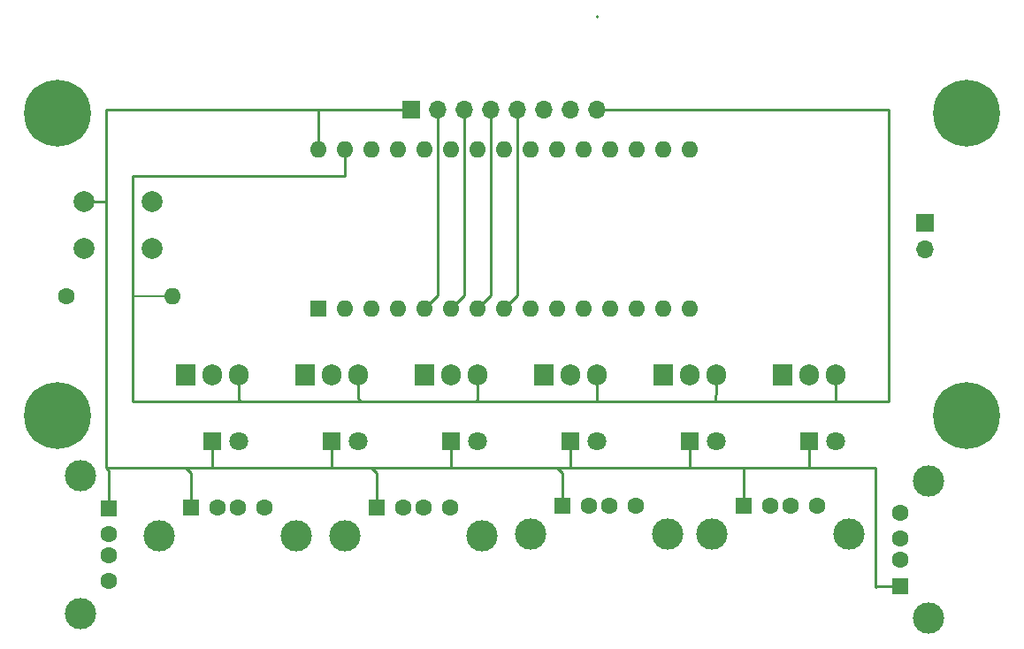
<source format=gbr>
%TF.GenerationSoftware,KiCad,Pcbnew,9.0.0*%
%TF.CreationDate,2025-03-22T13:55:08+10:00*%
%TF.ProjectId,ngmarquee.kicad_pcb_to220_usb_switch_1.01_m3,6e676d61-7271-4756-9565-2e6b69636164,rev?*%
%TF.SameCoordinates,Original*%
%TF.FileFunction,Copper,L2,Bot*%
%TF.FilePolarity,Positive*%
%FSLAX46Y46*%
G04 Gerber Fmt 4.6, Leading zero omitted, Abs format (unit mm)*
G04 Created by KiCad (PCBNEW 9.0.0) date 2025-03-22 13:55:08*
%MOMM*%
%LPD*%
G01*
G04 APERTURE LIST*
%TA.AperFunction,ComponentPad*%
%ADD10R,1.600000X1.500000*%
%TD*%
%TA.AperFunction,ComponentPad*%
%ADD11C,1.600000*%
%TD*%
%TA.AperFunction,ComponentPad*%
%ADD12C,3.000000*%
%TD*%
%TA.AperFunction,ComponentPad*%
%ADD13R,1.500000X1.600000*%
%TD*%
%TA.AperFunction,ComponentPad*%
%ADD14C,2.000000*%
%TD*%
%TA.AperFunction,ComponentPad*%
%ADD15O,1.600000X1.600000*%
%TD*%
%TA.AperFunction,ComponentPad*%
%ADD16R,1.800000X1.800000*%
%TD*%
%TA.AperFunction,ComponentPad*%
%ADD17C,1.800000*%
%TD*%
%TA.AperFunction,ComponentPad*%
%ADD18C,6.400000*%
%TD*%
%TA.AperFunction,ComponentPad*%
%ADD19R,1.905000X2.000000*%
%TD*%
%TA.AperFunction,ComponentPad*%
%ADD20O,1.905000X2.000000*%
%TD*%
%TA.AperFunction,ComponentPad*%
%ADD21R,1.600000X1.600000*%
%TD*%
%TA.AperFunction,ComponentPad*%
%ADD22R,1.700000X1.700000*%
%TD*%
%TA.AperFunction,ComponentPad*%
%ADD23O,1.700000X1.700000*%
%TD*%
%TA.AperFunction,Conductor*%
%ADD24C,0.250000*%
%TD*%
%TA.AperFunction,Conductor*%
%ADD25C,0.200000*%
%TD*%
G04 APERTURE END LIST*
D10*
%TO.P,CN4,1*%
%TO.N,N/C*%
X133880000Y-100160000D03*
D11*
%TO.P,CN4,2*%
X136380000Y-100160000D03*
%TO.P,CN4,3*%
X138380000Y-100160000D03*
%TO.P,CN4,4*%
X140880000Y-100160000D03*
D12*
%TO.P,CN4,5*%
X130810000Y-102870000D03*
X143950000Y-102870000D03*
%TD*%
D13*
%TO.P,CN6,1*%
%TO.N,N/C*%
X166200000Y-107860000D03*
D11*
%TO.P,CN6,2*%
X166200000Y-105360000D03*
%TO.P,CN6,3*%
X166200000Y-103360000D03*
%TO.P,CN6,4*%
X166200000Y-100860000D03*
D12*
%TO.P,CN6,5*%
X168910000Y-110930000D03*
X168910000Y-97790000D03*
%TD*%
D14*
%TO.P,REF\u002A\u002A,1*%
%TO.N,N/C*%
X88040000Y-71090000D03*
X94540000Y-71090000D03*
%TO.P,REF\u002A\u002A,2*%
X88040000Y-75590000D03*
X94540000Y-75590000D03*
%TD*%
D11*
%TO.P,R1,1*%
%TO.N,N/C*%
X86380000Y-80090000D03*
D15*
%TO.P,R1,2*%
X96540000Y-80090000D03*
%TD*%
D16*
%TO.P,D1,1*%
%TO.N,N/C*%
X100330000Y-93980000D03*
D17*
%TO.P,D1,2*%
X102870000Y-93980000D03*
%TD*%
D18*
%TO.P,REF\u002A\u002A,1*%
%TO.N,N/C*%
X85540000Y-62590000D03*
%TD*%
D16*
%TO.P,D6,1*%
%TO.N,N/C*%
X157480000Y-93980000D03*
D17*
%TO.P,D6,2*%
X160020000Y-93980000D03*
%TD*%
D16*
%TO.P,D5,1*%
%TO.N,N/C*%
X146050000Y-93980000D03*
D17*
%TO.P,D5,2*%
X148590000Y-93980000D03*
%TD*%
D10*
%TO.P,CN3,1*%
%TO.N,N/C*%
X116100000Y-100330000D03*
D11*
%TO.P,CN3,2*%
X118600000Y-100330000D03*
%TO.P,CN3,3*%
X120600000Y-100330000D03*
%TO.P,CN3,4*%
X123100000Y-100330000D03*
D12*
%TO.P,CN3,5*%
X113030000Y-103040000D03*
X126170000Y-103040000D03*
%TD*%
D19*
%TO.P,Q6,1*%
%TO.N,N/C*%
X154940000Y-87630000D03*
D20*
%TO.P,Q6,2*%
X157480000Y-87630000D03*
%TO.P,Q6,3*%
X160020000Y-87630000D03*
%TD*%
D18*
%TO.P,REF\u002A\u002A,1*%
%TO.N,N/C*%
X172540000Y-91590000D03*
%TD*%
D13*
%TO.P,CN1,1*%
%TO.N,N/C*%
X90450000Y-100420000D03*
D11*
%TO.P,CN1,2*%
X90450000Y-102920000D03*
%TO.P,CN1,3*%
X90450000Y-104920000D03*
%TO.P,CN1,4*%
X90450000Y-107420000D03*
D12*
%TO.P,CN1,5*%
X87740000Y-97350000D03*
X87740000Y-110490000D03*
%TD*%
D19*
%TO.P,Q2,1*%
%TO.N,N/C*%
X109220000Y-87630000D03*
D20*
%TO.P,Q2,2*%
X111760000Y-87630000D03*
%TO.P,Q2,3*%
X114300000Y-87630000D03*
%TD*%
D16*
%TO.P,D4,1*%
%TO.N,N/C*%
X134620000Y-93980000D03*
D17*
%TO.P,D4,2*%
X137160000Y-93980000D03*
%TD*%
D16*
%TO.P,D3,1*%
%TO.N,N/C*%
X123190000Y-93980000D03*
D17*
%TO.P,D3,2*%
X125730000Y-93980000D03*
%TD*%
D19*
%TO.P,Q5,1*%
%TO.N,N/C*%
X143510000Y-87630000D03*
D20*
%TO.P,Q5,2*%
X146050000Y-87630000D03*
%TO.P,Q5,3*%
X148590000Y-87630000D03*
%TD*%
D18*
%TO.P,REF\u002A\u002A,1*%
%TO.N,N/C*%
X172540000Y-62590000D03*
%TD*%
D19*
%TO.P,Q4,1*%
%TO.N,N/C*%
X132080000Y-87630000D03*
D20*
%TO.P,Q4,2*%
X134620000Y-87630000D03*
%TO.P,Q4,3*%
X137160000Y-87630000D03*
%TD*%
D10*
%TO.P,CN2,1*%
%TO.N,N/C*%
X98320000Y-100330000D03*
D11*
%TO.P,CN2,2*%
X100820000Y-100330000D03*
%TO.P,CN2,3*%
X102820000Y-100330000D03*
%TO.P,CN2,4*%
X105320000Y-100330000D03*
D12*
%TO.P,CN2,5*%
X95250000Y-103040000D03*
X108390000Y-103040000D03*
%TD*%
D10*
%TO.P,CN5,1*%
%TO.N,N/C*%
X151220000Y-100160000D03*
D11*
%TO.P,CN5,2*%
X153720000Y-100160000D03*
%TO.P,CN5,3*%
X155720000Y-100160000D03*
%TO.P,CN5,4*%
X158220000Y-100160000D03*
D12*
%TO.P,CN5,5*%
X148150000Y-102870000D03*
X161290000Y-102870000D03*
%TD*%
D19*
%TO.P,Q3,1*%
%TO.N,N/C*%
X120650000Y-87630000D03*
D20*
%TO.P,Q3,2*%
X123190000Y-87630000D03*
%TO.P,Q3,3*%
X125730000Y-87630000D03*
%TD*%
D18*
%TO.P,REF\u002A\u002A,1*%
%TO.N,N/C*%
X85540000Y-91590000D03*
%TD*%
D19*
%TO.P,Q1,1*%
%TO.N,N/C*%
X97790000Y-87630000D03*
D20*
%TO.P,Q1,2*%
X100330000Y-87630000D03*
%TO.P,Q1,3*%
X102870000Y-87630000D03*
%TD*%
D15*
%TO.P,A1,3V3 Out*%
%TO.N,N/C*%
X143510000Y-66040000D03*
%TO.P,A1,5V Out*%
X118110000Y-66040000D03*
%TO.P,A1,A0*%
X138430000Y-66040000D03*
%TO.P,A1,A1*%
X135890000Y-66040000D03*
%TO.P,A1,A2*%
X133350000Y-66040000D03*
%TO.P,A1,A3*%
X130810000Y-66040000D03*
%TO.P,A1,A4*%
X128270000Y-66040000D03*
%TO.P,A1,A5*%
X125730000Y-66040000D03*
%TO.P,A1,A6*%
X123190000Y-66040000D03*
%TO.P,A1,A7*%
X120650000Y-66040000D03*
%TO.P,A1,D2*%
X120650000Y-81280000D03*
%TO.P,A1,D3*%
X123190000Y-81280000D03*
%TO.P,A1,D4*%
X125730000Y-81280000D03*
%TO.P,A1,D5*%
X128270000Y-81280000D03*
%TO.P,A1,D6*%
X130810000Y-81280000D03*
%TO.P,A1,D7*%
X133350000Y-81280000D03*
%TO.P,A1,D8*%
X135890000Y-81280000D03*
%TO.P,A1,D9*%
X138430000Y-81280000D03*
%TO.P,A1,D10*%
X140970000Y-81280000D03*
%TO.P,A1,D11*%
X143510000Y-81280000D03*
%TO.P,A1,D12*%
X146050000Y-81280000D03*
%TO.P,A1,D13*%
X146050000Y-66040000D03*
%TO.P,A1,GND*%
X118110000Y-81280000D03*
X113030000Y-66040000D03*
%TO.P,A1,REF*%
X140970000Y-66040000D03*
%TO.P,A1,RST*%
X115570000Y-81280000D03*
X115570000Y-66040000D03*
%TO.P,A1,RX0*%
X113030000Y-81280000D03*
D21*
%TO.P,A1,TX1*%
X110490000Y-81280000D03*
D15*
%TO.P,A1,Vin*%
X110490000Y-66040000D03*
%TD*%
D22*
%TO.P,REF\u002A\u002A,1*%
%TO.N,N/C*%
X168540000Y-73090000D03*
D23*
%TO.P,REF\u002A\u002A,2*%
X168540000Y-75630000D03*
%TD*%
D22*
%TO.P,J1,1*%
%TO.N,N/C*%
X119380000Y-62230000D03*
D23*
%TO.P,J1,2*%
X121920000Y-62230000D03*
%TO.P,J1,3*%
X124460000Y-62230000D03*
%TO.P,J1,4*%
X127000000Y-62230000D03*
%TO.P,J1,5*%
X129540000Y-62230000D03*
%TO.P,J1,6*%
X132080000Y-62230000D03*
%TO.P,J1,7*%
X134620000Y-62230000D03*
%TO.P,J1,8*%
X137160000Y-62230000D03*
%TD*%
D16*
%TO.P,D2,1*%
%TO.N,N/C*%
X111760000Y-93980000D03*
D17*
%TO.P,D2,2*%
X114300000Y-93980000D03*
%TD*%
D24*
%TO.N,*%
X92710000Y-80090000D02*
X92710000Y-68580000D01*
X110490000Y-62230000D02*
X119380000Y-62230000D01*
X137040000Y-90170000D02*
X143510000Y-90170000D01*
X134620000Y-96520000D02*
X134620000Y-93980000D01*
X137160000Y-90050000D02*
X137160000Y-87630000D01*
X114540000Y-90170000D02*
X114300000Y-89930000D01*
X132080000Y-90170000D02*
X137040000Y-90170000D01*
X114300000Y-89930000D02*
X114300000Y-87630000D01*
X110490000Y-96520000D02*
X111760000Y-96520000D01*
X148540000Y-89590000D02*
X148590000Y-89540000D01*
X115570000Y-96520000D02*
X121920000Y-96520000D01*
X160020000Y-90150000D02*
X160020000Y-87630000D01*
X92710000Y-90170000D02*
X92710000Y-80090000D01*
X90170000Y-74090000D02*
X90170000Y-72590000D01*
X121920000Y-62230000D02*
X121920000Y-80010000D01*
X163920000Y-107860000D02*
X166200000Y-107860000D01*
X111760000Y-96520000D02*
X111760000Y-93980000D01*
X156210000Y-96520000D02*
X157480000Y-96520000D01*
X148540000Y-90170000D02*
X154940000Y-90170000D01*
X123190000Y-96520000D02*
X133350000Y-96520000D01*
X137160000Y-53340000D02*
X137175000Y-53325000D01*
X144780000Y-96520000D02*
X146050000Y-96520000D01*
X160040000Y-90170000D02*
X160020000Y-90150000D01*
X116100000Y-97050000D02*
X116100000Y-100330000D01*
X97790000Y-90170000D02*
X103040000Y-90170000D01*
X97790000Y-96520000D02*
X99060000Y-96520000D01*
X124460000Y-62230000D02*
X124460000Y-80010000D01*
X90170000Y-71090000D02*
X90170000Y-62230000D01*
X123190000Y-96520000D02*
X123190000Y-93980000D01*
X127000000Y-62230000D02*
X127000000Y-80010000D01*
X90170000Y-71090000D02*
X88040000Y-71090000D01*
X90170000Y-72590000D02*
X90170000Y-71090000D01*
X163830000Y-96520000D02*
X163830000Y-107950000D01*
X113030000Y-68580000D02*
X113030000Y-66040000D01*
X120650000Y-90170000D02*
X125540000Y-90170000D01*
X103040000Y-90170000D02*
X102870000Y-90000000D01*
X157480000Y-96520000D02*
X157480000Y-93980000D01*
X90450000Y-96800000D02*
X90450000Y-100420000D01*
X121920000Y-96520000D02*
X123190000Y-96520000D01*
X148590000Y-89540000D02*
X148590000Y-87630000D01*
X165100000Y-90170000D02*
X165100000Y-62230000D01*
X102870000Y-90000000D02*
X102870000Y-87630000D01*
X103040000Y-90170000D02*
X109220000Y-90170000D01*
X129540000Y-80010000D02*
X128270000Y-81280000D01*
X121920000Y-80010000D02*
X120650000Y-81280000D01*
X154940000Y-90170000D02*
X160040000Y-90170000D01*
X151130000Y-96520000D02*
X151220000Y-96610000D01*
X109220000Y-90170000D02*
X114540000Y-90170000D01*
X148540000Y-90170000D02*
X148540000Y-89590000D01*
X157480000Y-96520000D02*
X163830000Y-96520000D01*
X97790000Y-96520000D02*
X98320000Y-97050000D01*
X151220000Y-96610000D02*
X151220000Y-100160000D01*
X165100000Y-62230000D02*
X137160000Y-62230000D01*
X100330000Y-96520000D02*
X110490000Y-96520000D01*
X163830000Y-107950000D02*
X163920000Y-107860000D01*
X90170000Y-96520000D02*
X90450000Y-96800000D01*
X137040000Y-90170000D02*
X137160000Y-90050000D01*
X100330000Y-96520000D02*
X100330000Y-93980000D01*
X90170000Y-96520000D02*
X97790000Y-96520000D01*
X110490000Y-62230000D02*
X110490000Y-66040000D01*
X133880000Y-97050000D02*
X133880000Y-100160000D01*
X143510000Y-90170000D02*
X148540000Y-90170000D01*
X129540000Y-62230000D02*
X129540000Y-80010000D01*
X151130000Y-96520000D02*
X156210000Y-96520000D01*
X125540000Y-90170000D02*
X125730000Y-89980000D01*
X92710000Y-68580000D02*
X113030000Y-68580000D01*
X127000000Y-80010000D02*
X125730000Y-81280000D01*
X133350000Y-96520000D02*
X134620000Y-96520000D01*
X111760000Y-96520000D02*
X115570000Y-96520000D01*
X146050000Y-96520000D02*
X146050000Y-93980000D01*
X99060000Y-96520000D02*
X100330000Y-96520000D01*
X125540000Y-90170000D02*
X132080000Y-90170000D01*
D25*
X96540000Y-80090000D02*
X92710000Y-80090000D01*
D24*
X124460000Y-80010000D02*
X123190000Y-81280000D01*
X90170000Y-62230000D02*
X110490000Y-62230000D01*
X90170000Y-96520000D02*
X90170000Y-74090000D01*
X160040000Y-90170000D02*
X165100000Y-90170000D01*
X98320000Y-97050000D02*
X98320000Y-100330000D01*
X134620000Y-96520000D02*
X144780000Y-96520000D01*
X115570000Y-96520000D02*
X116100000Y-97050000D01*
X146050000Y-96520000D02*
X151130000Y-96520000D01*
X92710000Y-90170000D02*
X97790000Y-90170000D01*
X133350000Y-96520000D02*
X133880000Y-97050000D01*
X125730000Y-89980000D02*
X125730000Y-87630000D01*
X114540000Y-90170000D02*
X120650000Y-90170000D01*
%TD*%
M02*

</source>
